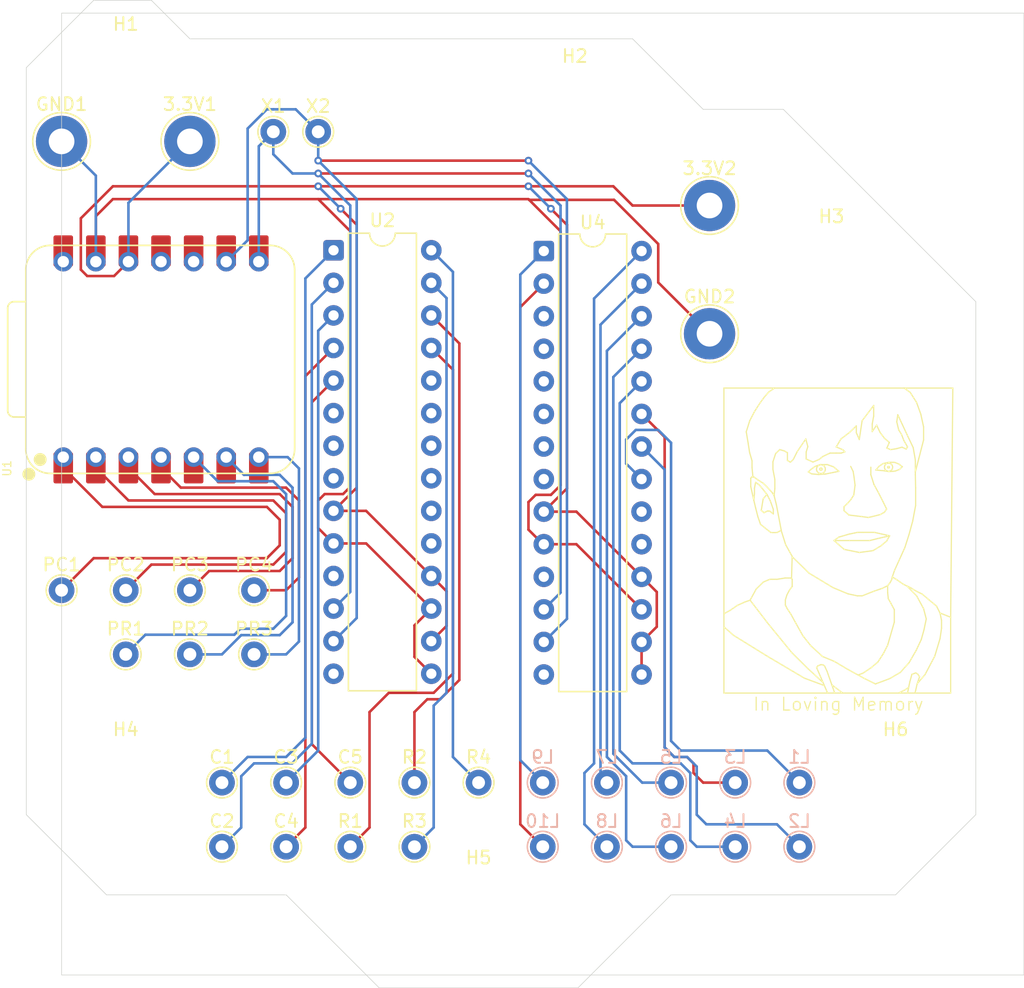
<source format=kicad_pcb>
(kicad_pcb (version 20241229) (generator "pcbnew") (generator_version "9.0")
  (layers (0 "F.Cu" signal) (2 "B.Cu" signal) (13 "F.Paste" user) (15 "B.Paste" user) (5 "F.SilkS" user "F.Silkscreen") (7 "B.SilkS" user "B.Silkscreen") (1 "F.Mask" user) (3 "B.Mask" user) (25 "Edge.Cuts" user))
  (net 0 "")
  (net 1 "Net-(U2-GPB0)")
  (net 2 "Net-(U2-GPB1)")
  (net 3 "Net-(U2-GPB2)")
  (net 4 "Net-(U2-GPB3)")
  (net 5 "Net-(U2-GPB4)")
  (net 6 "Net-(D13-K)")
  (net 7 "Net-(D18-K)")
  (net 8 "Net-(D23-K)")
  (net 9 "Net-(D28-K)")
  (net 10 "Net-(D31-A)")
  (net 11 "Net-(D32-A)")
  (net 12 "Net-(D33-A)")
  (net 13 "Net-(D34-A)")
  (net 14 "Net-(D35-A)")
  (net 15 "Net-(D36-A)")
  (net 16 "Net-(D37-A)")
  (net 17 "Net-(D38-A)")
  (net 18 "Net-(D39-A)")
  (net 19 "Net-(D40-A)")
  (net 20 "/Pot_Group_One")
  (net 21 "/Pot_Group_Two")
  (net 22 "/Pot_Group_Three")
  (net 23 "/Pot_Out_One")
  (net 24 "/Pot_Out_Two")
  (net 25 "/Pot_Out_Three")
  (net 26 "/Pot_Out_Four")
  (net 27 "+3.3V")
  (net 28 "GND")
  (net 29 "+5V")
  (net 31 "/Expander_SDA")
  (net 32 "/Expander_SCK")
  (footprint "TestPoint:TestPoint_THTPad_D2.0mm_Drill1.0mm" (layer "F.Cu") (at 110 80)
    (property "Reference" "PC4")
    (property "Value" "TestPoint")
  )
  (footprint "TestPoint:TestPoint_THTPad_D2.0mm_Drill1.0mm" (layer "F.Cu") (at 100 85)
    (property "Reference" "PR1")
    (property "Value" "TestPoint")
  )
  (footprint "TestPoint:TestPoint_THTPad_D2.0mm_Drill1.0mm" (layer "F.Cu") (at 105 85)
    (property "Reference" "PR2")
    (property "Value" "TestPoint")
  )
  (footprint "Package_DIP:DIP-28_W7.62mm" (layer "F.Cu") (at 132.582513 53.551332)
    (property "Reference" "U4")
    (property "Value" "MCP23017_SP")
  )
  (footprint "TestPoint:TestPoint_THTPad_D2.0mm_Drill1.0mm" (layer "F.Cu") (at 122.5 95)
    (property "Reference" "R2")
    (property "Value" "TestPoint")
  )
  (footprint "TestPoint:TestPoint_THTPad_D4.0mm_Drill2.0mm" (layer "F.Cu") (at 95 45)
    (property "Reference" "GND1")
    (property "Value" "TestPoint")
  )
  (footprint "TestPoint:TestPoint_THTPad_D2.0mm_Drill1.0mm" (layer "F.Cu") (at 115 44.25)
    (property "Reference" "X2")
    (property "Value" "TestPoint")
  )
  (footprint "TestPoint:TestPoint_THTPad_D2.0mm_Drill1.0mm" (layer "F.Cu") (at 107.5 95)
    (property "Reference" "C1")
    (property "Value" "TestPoint")
  )
  (footprint "TestPoint:TestPoint_THTPad_D2.0mm_Drill1.0mm" (layer "F.Cu") (at 95 80)
    (property "Reference" "PC1")
    (property "Value" "TestPoint")
  )
  (footprint "TestPoint:TestPoint_THTPad_D4.0mm_Drill2.0mm" (layer "F.Cu") (at 145.5 60)
    (property "Reference" "GND2")
    (property "Value" "TestPoint")
  )
  (footprint "Package_DIP:DIP-28_W7.62mm" (layer "F.Cu") (at 116.195 53.49)
    (property "Reference" "U2")
    (property "Value" "MCP23017_SP")
  )
  (footprint "XIAO:XIAO-RP2040-DIP" (layer "F.Cu") (at 102.75 62 90)
    (property "Reference" "U1")
    (property "Value" "XIAO-RP2040-DIP")
  )
  (footprint "TestPoint:TestPoint_THTPad_D2.0mm_Drill1.0mm" (layer "F.Cu") (at 107.5 100)
    (property "Reference" "C2")
    (property "Value" "TestPoint")
  )
  (footprint "TestPoint:TestPoint_THTPad_D2.0mm_Drill1.0mm" (layer "F.Cu") (at 117.5 100)
    (property "Reference" "R1")
    (property "Value" "TestPoint")
  )
  (footprint "TestPoint:TestPoint_THTPad_D2.0mm_Drill1.0mm" (layer "F.Cu") (at 112.5 100)
    (property "Reference" "C4")
    (property "Value" "TestPoint")
  )
  (footprint "MountingHole:MountingHole_3.2mm_M3" (layer "F.Cu") (at 100 40)
    (property "Reference" "H1")
    (property "Value" "MountingHole")
  )
  (footprint "MountingHole:MountingHole_3.2mm_M3" (layer "F.Cu") (at 127.5 105)
    (property "Reference" "H5")
    (property "Value" "MountingHole")
  )
  (footprint "TestPoint:TestPoint_THTPad_D2.0mm_Drill1.0mm" (layer "F.Cu") (at 111.5 44.25)
    (property "Reference" "X1")
    (property "Value" "TestPoint")
  )
  (footprint "TestPoint:TestPoint_THTPad_D4.0mm_Drill2.0mm" (layer "F.Cu") (at 145.5 50)
    (property "Reference" "3.3V2")
    (property "Value" "TestPoint")
  )
  (footprint "TestPoint:TestPoint_THTPad_D4.0mm_Drill2.0mm" (layer "F.Cu") (at 105 45)
    (property "Reference" "3.3V1")
    (property "Value" "TestPoint")
  )
  (footprint "MountingHole:MountingHole_3.2mm_M3" (layer "F.Cu") (at 100 95)
    (property "Reference" "H4")
    (property "Value" "MountingHole")
  )
  (footprint "MountingHole:MountingHole_3.2mm_M3" (layer "F.Cu") (at 155 55)
    (property "Reference" "H3")
    (property "Value" "MountingHole")
  )
  (footprint "TestPoint:TestPoint_THTPad_D2.0mm_Drill1.0mm" (layer "F.Cu") (at 127.5 95)
    (property "Reference" "R4")
    (property "Value" "TestPoint")
  )
  (footprint "TestPoint:TestPoint_THTPad_D2.0mm_Drill1.0mm" (layer "F.Cu") (at 122.5 100)
    (property "Reference" "R3")
    (property "Value" "TestPoint")
  )
  (footprint "MountingHole:MountingHole_3.2mm_M3" (layer "F.Cu") (at 135 42.5)
    (property "Reference" "H2")
    (property "Value" "MountingHole")
  )
  (footprint "TestPoint:TestPoint_THTPad_D2.0mm_Drill1.0mm" (layer "F.Cu") (at 112.5 95)
    (property "Reference" "C3")
    (property "Value" "TestPoint")
  )
  (footprint "TestPoint:TestPoint_THTPad_D2.0mm_Drill1.0mm" (layer "F.Cu") (at 117.5 95)
    (property "Reference" "C5")
    (property "Value" "TestPoint")
  )
  (footprint "TestPoint:TestPoint_THTPad_D2.0mm_Drill1.0mm" (layer "F.Cu") (at 110 85)
    (property "Reference" "PR3")
    (property "Value" "TestPoint")
  )
  (footprint "MountingHole:MountingHole_3.2mm_M3" (layer "F.Cu") (at 160 95)
    (property "Reference" "H6")
    (property "Value" "MountingHole")
  )
  (footprint "TestPoint:TestPoint_THTPad_D2.0mm_Drill1.0mm" (layer "F.Cu") (at 105 80)
    (property "Reference" "PC3")
    (property "Value" "TestPoint")
  )
  (footprint "TestPoint:TestPoint_THTPad_D2.0mm_Drill1.0mm" (layer "F.Cu") (at 100 80)
    (property "Reference" "PC2")
    (property "Value" "TestPoint")
  )
  (footprint "TestPoint:TestPoint_THTPad_D2.0mm_Drill1.0mm" (layer "B.Cu") (at 147.5 100 180)
    (property "Reference" "L4")
    (property "Value" "TestPoint")
  )
  (footprint "TestPoint:TestPoint_THTPad_D2.0mm_Drill1.0mm" (layer "B.Cu") (at 147.5 95 180)
    (property "Reference" "L3")
    (property "Value" "TestPoint")
  )
  (footprint "TestPoint:TestPoint_THTPad_D2.0mm_Drill1.0mm" (layer "B.Cu") (at 137.5 95 180)
    (property "Reference" "L7")
    (property "Value" "TestPoint")
  )
  (footprint "TestPoint:TestPoint_THTPad_D2.0mm_Drill1.0mm" (layer "B.Cu") (at 137.5 100 180)
    (property "Reference" "L8")
    (property "Value" "TestPoint")
  )
  (footprint "TestPoint:TestPoint_THTPad_D2.0mm_Drill1.0mm" (layer "B.Cu") (at 142.5 100 180)
    (property "Reference" "L6")
    (property "Value" "TestPoint")
  )
  (footprint "TestPoint:TestPoint_THTPad_D2.0mm_Drill1.0mm" (layer "B.Cu") (at 132.5 100 180)
    (property "Reference" "L10")
    (property "Value" "TestPoint")
  )
  (footprint "TestPoint:TestPoint_THTPad_D2.0mm_Drill1.0mm" (layer "B.Cu") (at 142.5 95 180)
    (property "Reference" "L5")
    (property "Value" "TestPoint")
  )
  (footprint "TestPoint:TestPoint_THTPad_D2.0mm_Drill1.0mm" (layer "B.Cu") (at 132.5 95 180)
    (property "Reference" "L9")
    (property "Value" "TestPoint")
  )
  (footprint "TestPoint:TestPoint_THTPad_D2.0mm_Drill1.0mm" (layer "B.Cu") (at 152.5 95 180)
    (property "Reference" "L1")
    (property "Value" "TestPoint")
  )
  (footprint "TestPoint:TestPoint_THTPad_D2.0mm_Drill1.0mm" (layer "B.Cu") (at 152.5 100 180)
    (property "Reference" "L2")
    (property "Value" "TestPoint")
  )
  (gr_line (start 157.17 68.245) (end 156.94 67.715) (stroke (width 0.1)) (layer "F.SilkS"))
  (gr_line (start 148.8 71.155) (end 148.98 71.185) (stroke (width 0.1)) (layer "F.SilkS"))
  (gr_line (start 153.46 70.925) (end 153.99 70.975) (stroke (width 0.1)) (layer "F.SilkS"))
  (gr_line (start 159.01 73.075) (end 159.3 73.665) (stroke (width 0.1)) (layer "F.SilkS"))
  (gr_line (start 149.38 71.795) (end 149.09 71.585) (stroke (width 0.1)) (layer "F.SilkS"))
  (gr_line (start 148.71 71.905) (end 148.71 71.265) (stroke (width 0.1)) (layer "F.SilkS"))
  (gr_line (start 154.66 86.325) (end 154.46 85.895) (stroke (width 0.1)) (layer "F.SilkS"))
  (gr_line (start 158.29 65.595) (end 157.39 66.785) (stroke (width 0.1)) (layer "F.SilkS"))
  (gr_line (start 159.61 69.035) (end 159.32 68.915) (stroke (width 0.1)) (layer "F.SilkS"))
  (gr_line (start 161.54 70.985) (end 161.54 69.845) (stroke (width 0.1)) (layer "F.SilkS"))
  (gr_line (start 153.39 84.325) (end 154.3 85.165) (stroke (width 0.1)) (layer "F.SilkS"))
  (gr_line (start 161.54 70.775) (end 161.81 69.725) (stroke (width 0.1)) (layer "F.SilkS"))
  (gr_line (start 148.62 69.255) (end 148.81 69.905) (stroke (width 0.1)) (layer "F.SilkS"))
  (gr_line (start 149.27 74.275) (end 149.1 73.615) (stroke (width 0.1)) (layer "F.SilkS"))
  (gr_line (start 158.95 79.855) (end 158.28 80.085) (stroke (width 0.1)) (layer "F.SilkS"))
  (gr_circle (center 159.45 70.405) (end 159.47 70.405) (stroke (width 0.1)) (fill no) (layer "F.SilkS"))
  (gr_line (start 149.27 71.395) (end 149.68 71.655) (stroke (width 0.1)) (layer "F.SilkS"))
  (gr_line (start 150.18 73.825) (end 150.01 73.825) (stroke (width 0.1)) (layer "F.SilkS"))
  (gr_line (start 150.59 72.075) (end 150.59 71.365) (stroke (width 0.1)) (layer "F.SilkS"))
  (gr_line (start 161.87 86.745) (end 161.72 86.535) (stroke (width 0.1)) (layer "F.SilkS"))
  (gr_line (start 158.07 70.985) (end 158.31 71.745) (stroke (width 0.1)) (layer "F.SilkS"))
  (gr_line (start 159.02 70.125) (end 159.47 70.025) (stroke (width 0.1)) (layer "F.SilkS"))
  (gr_line (start 149.47 74.855) (end 149.27 74.275) (stroke (width 0.1)) (layer "F.SilkS"))
  (gr_line (start 151.43 76.445) (end 151.08 75.325) (stroke (width 0.1)) (layer "F.SilkS"))
  (gr_line (start 158.18 67.025) (end 158.29 66.425) (stroke (width 0.1)) (layer "F.SilkS"))
  (gr_line (start 162.61 80.755) (end 162.08 80.305) (stroke (width 0.1)) (layer "F.SilkS"))
  (gr_line (start 161.72 86.535) (end 161.57 86.445) (stroke (width 0.1)) (layer "F.SilkS"))
  (gr_line (start 159.69 79.175) (end 159.58 79.395) (stroke (width 0.1)) (layer "F.SilkS"))
  (gr_line (start 156.42 67.685) (end 155.74 68.205) (stroke (width 0.1)) (layer "F.SilkS"))
  (gr_line (start 161.37 68.875) (end 160.9 67.885) (stroke (width 0.1)) (layer "F.SilkS"))
  (gr_line (start 158.79 67.695) (end 158.52 67.125) (stroke (width 0.1)) (layer "F.SilkS"))
  (gr_line (start 153.74 70.335) (end 154.13 70.205) (stroke (width 0.1)) (layer "F.SilkS"))
  (gr_line (start 152.89 86.855) (end 150 85.145) (stroke (width 0.1)) (layer "F.SilkS"))
  (gr_line (start 159.92 78.445) (end 160.72 76.675) (stroke (width 0.1)) (layer "F.SilkS"))
  (gr_line (start 151.94 79.145) (end 151.94 79.705) (stroke (width 0.1)) (layer "F.SilkS"))
  (gr_line (start 154.4 87.415) (end 152.89 86.855) (stroke (width 0.1)) (layer "F.SilkS"))
  (gr_line (start 161.27 86.555) (end 161.1 87.175) (stroke (width 0.1)) (layer "F.SilkS"))
  (gr_line (start 148.98 71.185) (end 149.27 71.395) (stroke (width 0.1)) (layer "F.SilkS"))
  (gr_line (start 158.66 72.385) (end 159.01 73.075) (stroke (width 0.1)) (layer "F.SilkS"))
  (gr_line (start 159.38 80.185) (end 159.43 80.655) (stroke (width 0.1)) (layer "F.SilkS"))
  (gr_line (start 161.17 79.805) (end 160.62 79.545) (stroke (width 0.1)) (layer "F.SilkS"))
  (gr_line (start 161.65 80.095) (end 161.17 79.805) (stroke (width 0.1)) (layer "F.SilkS"))
  (gr_line (start 159.47 70.745) (end 159.12 70.685) (stroke (width 0.1)) (layer "F.SilkS"))
  (gr_line (start 149 72.495) (end 148.95 72.995) (stroke (width 0.1)) (layer "F.SilkS"))
  (gr_line (start 155.16 70.375) (end 155.58 70.725) (stroke (width 0.1)) (layer "F.SilkS"))
  (gr_line (start 149.98 72.535) (end 149.69 72.165) (stroke (width 0.1)) (layer "F.SilkS"))
  (gr_line (start 151.41 80.755) (end 151.41 81.155) (stroke (width 0.1)) (layer "F.SilkS"))
  (gr_line (start 159.38 79.645) (end 159.38 80.185) (stroke (width 0.1)) (layer "F.SilkS"))
  (gr_line (start 149.97 71.935) (end 150.4 72.405) (stroke (width 0.1)) (layer "F.SilkS"))
  (gr_line (start 159.3 73.665) (end 159.13 73.915) (stroke (width 0.1)) (layer "F.SilkS"))
  (gr_line (start 159.95 70.715) (end 159.47 70.745) (stroke (width 0.1)) (layer "F.SilkS"))
  (gr_line (start 151.73 79.985) (end 151.53 80.365) (stroke (width 0.1)) (layer "F.SilkS"))
  (gr_line (start 152.2 82.525) (end 152.77 83.545) (stroke (width 0.1)) (layer "F.SilkS"))
  (gr_line (start 155.88 88.017855) (end 155.03 87.375) (stroke (width 0.1)) (layer "F.SilkS"))
  (gr_line (start 149.09 71.585) (end 149 72.045) (stroke (width 0.1)) (layer "F.SilkS"))
  (gr_line (start 159.9 81.515) (end 159.9 82.485) (stroke (width 0.1)) (layer "F.SilkS"))
  (gr_line (start 151.94 79.705) (end 151.73 79.985) (stroke (width 0.1)) (layer "F.SilkS"))
  (gr_line (start 148.66 80.775) (end 149.13 79.915) (stroke (width 0.1)) (layer "F.SilkS"))
  (gr_line (start 161.33 74.615) (end 161.56 73.395) (stroke (width 0.1)) (layer "F.SilkS"))
  (gr_line (start 164.29 82.105) (end 163.46 81.775) (stroke (width 0.1)) (layer "F.SilkS"))
  (gr_line (start 149.74 73.955) (end 149.53 73.765) (stroke (width 0.1)) (layer "F.SilkS"))
  (gr_line (start 156.25 73.225) (end 155.98 73.485) (stroke (width 0.1)) (layer "F.SilkS"))
  (gr_line (start 156.27 80.275) (end 155.12 79.795) (stroke (width 0.1)) (layer "F.SilkS"))
  (gr_line (start 159.32 68.915) (end 159.51 68.475) (stroke (width 0.1)) (layer "F.SilkS"))
  (gr_line (start 147.08 81.585) (end 147.66 81.185) (stroke (width 0.1)) (layer "F.SilkS"))
  (gr_line (start 150.77 79.145) (end 151.39 79.045) (stroke (width 0.1)) (layer "F.SilkS"))
  (gr_line (start 149.69 72.165) (end 149.38 71.795) (stroke (width 0.1)) (layer "F.SilkS"))
  (gr_line (start 153.16 68.795) (end 153 68.205) (stroke (width 0.1)) (layer "F.SilkS"))
  (gr_circle (center 154.18 70.555) (end 154.5 70.425) (stroke (width 0.1)) (fill no) (layer "F.SilkS"))
  (gr_line (start 155.22 85.545) (end 156.28 86.175) (stroke (width 0.1)) (layer "F.SilkS"))
  (gr_line (start 158.52 67.125) (end 158.18 67.625) (stroke (width 0.1)) (layer "F.SilkS"))
  (gr_line (start 153.2 70.775) (end 153.42 70.565) (stroke (width 0.1)) (layer "F.SilkS"))
  (gr_line (start 151.54 81.415) (end 151.85 81.885) (stroke (width 0.1)) (layer "F.SilkS"))
  (gr_line (start 154.68 70.205) (end 155.16 70.375) (stroke (width 0.1)) (layer "F.SilkS"))
  (gr_line (start 161.81 69.725) (end 162.18 68.285) (stroke (width 0.1)) (layer "F.SilkS"))
  (gr_line (start 160.27 87.995) (end 160.65 87.815) (stroke (width 0.1)) (layer "F.SilkS"))
  (gr_line (start 157.36 74.255) (end 156.36 74.135) (stroke (width 0.1)) (layer "F.SilkS"))
  (gr_line (start 153.94 85.895) (end 153.84 86.025) (stroke (width 0.1)) (layer "F.SilkS"))
  (gr_line (start 150.2 79.145) (end 150.77 79.145) (stroke (width 0.1)) (layer "F.SilkS"))
  (gr_line (start 150.53 72.625) (end 150.59 72.075) (stroke (width 0.1)) (layer "F.SilkS"))
  (gr_line (start 155.37 68.825) (end 155.89 69.045) (stroke (width 0.1)) (layer "F.SilkS"))
  (gr_line (start 149.74 64.975) (end 149.43 65.405) (stroke (width 0.1)) (layer "F.SilkS"))
  (gr_line (start 150.11 64.545) (end 149.74 64.975) (stroke (width 0.1)) (layer "F.SilkS"))
  (gr_line (start 164.459641 64.235) (end 164.29 82.105) (stroke (width 0.1)) (layer "F.SilkS"))
  (gr_line (start 155.12 79.795) (end 153.25 78.665) (stroke (width 0.1)) (layer "F.SilkS"))
  (gr_line (start 158.62 85.595) (end 158.1 86.035) (stroke (width 0.1)) (layer "F.SilkS"))
  (gr_line (start 158.29 66.425) (end 158.29 65.595) (stroke (width 0.1)) (layer "F.SilkS"))
  (gr_line (start 160.895 79.675) (end 161.65 80.455) (stroke (width 0.1)) (layer "F.SilkS"))
  (gr_line (start 159.53 86.895) (end 158.43 87.305) (stroke (width 0.1)) (layer "F.SilkS"))
  (gr_line (start 162.18 67.265) (end 161.97 66.285) (stroke (width 0.1)) (layer "F.SilkS"))
  (gr_line (start 160.07 79.165) (end 159.74 78.965) (stroke (width 0.1)) (layer "F.SilkS"))
  (gr_line (start 146.620359 88.017855) (end 146.620359 81.815) (stroke (width 0.1)) (layer "F.SilkS"))
  (gr_line (start 154.32 85.805) (end 154.16 85.805) (stroke (width 0.1)) (layer "F.SilkS"))
  (gr_line (start 149.95 75.245) (end 149.47 74.855) (stroke (width 0.1)) (layer "F.SilkS"))
  (gr_line (start 150.44 70.575) (end 150.44 69.985) (stroke (width 0.1)) (layer "F.SilkS"))
  (gr_line (start 157.39 66.785) (end 157.17 68.245) (stroke (width 0.1)) (layer "F.SilkS"))
  (gr_line (start 159.38 84.285) (end 159.05 84.935) (stroke (width 0.1)) (layer "F.SilkS"))
  (gr_line (start 160.09 66.865) (end 160.24 67.495) (stroke (width 0.1)) (layer "F.SilkS"))
  (gr_line (start 153.2 70.775) (end 153.46 70.925) (stroke (width 0.1)) (layer "F.SilkS"))
  (gr_line (start 154.3 85.165) (end 155.22 85.545) (stroke (width 0.1)) (layer "F.SilkS"))
  (gr_line (start 156.41 76.125001) (end 157.98 76.125001) (stroke (width 0.1)) (layer "F.SilkS"))
  (gr_line (start 161.56 72.025) (end 161.54 70.985) (stroke (width 0.1)) (layer "F.SilkS"))
  (gr_line (start 160.52 70.365) (end 160.31 70.575) (stroke (width 0.1)) (layer "F.SilkS"))
  (gr_line (start 151.84 79.045) (end 151.94 79.145) (stroke (width 0.1)) (layer "F.SilkS"))
  (gr_line (start 160.31 70.575) (end 159.95 70.715) (stroke (width 0.1)) (layer "F.SilkS"))
  (gr_line (start 161.61 84.675) (end 161.06 85.635) (stroke (width 0.1)) (layer "F.SilkS"))
  (gr_line (start 148.92 72.855) (end 148.71 71.905) (stroke (width 0.1)) (layer "F.SilkS"))
  (gr_line (start 152.77 83.545) (end 153.39 84.325) (stroke (width 0.1)) (layer "F.SilkS"))
  (gr_line (start 150.29 75.505) (end 149.95 75.245) (stroke (width 0.1)) (layer "F.SilkS"))
  (gr_line (start 154.46 85.895) (end 154.32 85.805) (stroke (width 0.1)) (layer "F.SilkS"))
  (gr_circle (center 159.45 70.405) (end 159.77 70.415) (stroke (width 0.1)) (fill no) (layer "F.SilkS"))
  (gr_line (start 155.98 73.795) (end 155.98 73.485) (stroke (width 0.1)) (layer "F.SilkS"))
  (gr_line (start 149.43 65.405) (end 149.01 66.055) (stroke (width 0.1)) (layer "F.SilkS"))
  (gr_line (start 153.14 86.085) (end 151.91 84.865) (stroke (width 0.1)) (layer "F.SilkS"))
  (gr_line (start 160.67 64.235) (end 150.56 64.235) (stroke (width 0.1)) (layer "F.SilkS"))
  (gr_line (start 150.44 69.985) (end 150.65 69.345) (stroke (width 0.1)) (layer "F.SilkS"))
  (gr_line (start 150.24 73.045) (end 150.47 73.695) (stroke (width 0.1)) (layer "F.SilkS"))
  (gr_line (start 148.51 68.545) (end 148.62 69.255) (stroke (width 0.1)) (layer "F.SilkS"))
  (gr_line (start 157.46 86.465) (end 157.09 86.605) (stroke (width 0.1)) (layer "F.SilkS"))
  (gr_line (start 163.19 81.235) (end 162.61 80.755) (stroke (width 0.1)) (layer "F.SilkS"))
  (gr_line (start 156.76 71.165) (end 156.84 71.805) (stroke (width 0.1)) (layer "F.SilkS"))
  (gr_line (start 162.3 86.565) (end 161.68 87.295) (stroke (width 0.1)) (layer "F.SilkS"))
  (gr_line (start 153 68.205) (end 152.33 69.195) (stroke (width 0.1)) (layer "F.SilkS"))
  (gr_line (start 148.23 80.925) (end 148.66 80.775) (stroke (width 0.1)) (layer "F.SilkS"))
  (gr_line (start 156.84 71.805) (end 156.74 72.575) (stroke (width 0.1)) (layer "F.SilkS"))
  (gr_line (start 163.46 83.785) (end 163.05 85.145) (stroke (width 0.1)) (layer "F.SilkS"))
  (gr_line (start 151.85 81.885) (end 152.2 82.525) (stroke (width 0.1)) (layer "F.SilkS"))
  (gr_line (start 159.74 78.965) (end 159.92 78.445) (stroke (width 0.1)) (layer "F.SilkS"))
  (gr_line (start 160.72 76.675) (end 161.04 75.675) (stroke (width 0.1)) (layer "F.SilkS"))
  (gr_line (start 149.7 79.355) (end 150.2 79.145) (stroke (width 0.1)) (layer "F.SilkS"))
  (gr_line (start 161.54 69.845) (end 161.37 68.875) (stroke (width 0.1)) (layer "F.SilkS"))
  (gr_line (start 151.41 81.155) (end 151.54 81.415) (stroke (width 0.1)) (layer "F.SilkS"))
  (gr_line (start 150.56 64.235) (end 150.11 64.545) (stroke (width 0.1)) (layer "F.SilkS"))
  (gr_line (start 150 85.145) (end 147.37 83.515) (stroke (width 0.1)) (layer "F.SilkS"))
  (gr_line (start 157.4 80.435) (end 157.01 80.435) (stroke (width 0.1)) (layer "F.SilkS"))
  (gr_line (start 156.28 86.175) (end 157.56 86.875) (stroke (width 0.1)) (layer "F.SilkS"))
  (gr_line (start 148.71 71.265) (end 148.8 71.155) (stroke (width 0.1)) (layer "F.SilkS"))
  (gr_line (start 159.74 78.965) (end 159.69 79.175) (stroke (width 0.1)) (layer "F.SilkS"))
  (gr_line (start 153.03 69.765) (end 153.03 69.225) (stroke (width 0.1)) (layer "F.SilkS"))
  (gr_line (start 157.18 77.055) (end 155.99 76.815) (stroke (width 0.1)) (layer "F.SilkS"))
  (gr_line (start 161.56 87.825) (end 161.516335 88.017854) (stroke (width 0.1)) (layer "F.SilkS"))
  (gr_line (start 158.31 71.745) (end 158.66 72.385) (stroke (width 0.1)) (layer "F.SilkS"))
  (gr_line (start 151.39 79.045) (end 151.84 79.045) (stroke (width 0.1)) (layer "F.SilkS"))
  (gr_line (start 159.43 80.655) (end 159.62 80.995) (stroke (width 0.1)) (layer "F.SilkS"))
  (gr_line (start 151.53 80.365) (end 151.41 80.755) (stroke (width 0.1)) (layer "F.SilkS"))
  (gr_line (start 151.8 70.015) (end 151.57 69.875) (stroke (width 0.1)) (layer "F.SilkS"))
  (gr_line (start 160.17 66.315) (end 160.09 66.865) (stroke (width 0.1)) (layer "F.SilkS"))
  (gr_line (start 157.56 86.875) (end 158.43 87.305) (stroke (width 0.1)) (layer "F.SilkS"))
  (gr_line (start 155.25 88.005) (end 155.03 87.375) (stroke (width 0.1)) (layer "F.SilkS"))
  (gr_line (start 159.93 70.025) (end 160.26 70.165) (stroke (width 0.1)) (layer "F.SilkS"))
  (gr_line (start 155.200001 76.125001) (end 155.58 75.855) (stroke (width 0.1)) (layer "F.SilkS"))
  (gr_line (start 157.49 75.485) (end 158.34 75.485) (stroke (width 0.1)) (layer "F.SilkS"))
  (gr_line (start 161.63 65.345) (end 161.14 64.575) (stroke (width 0.1)) (layer "F.SilkS"))
  (gr_line (start 149.13 79.915) (end 149.7 79.355) (stroke (width 0.1)) (layer "F.SilkS"))
  (gr_line (start 157.98 76.125001) (end 158.66 75.955) (stroke (width 0.1)) (layer "F.SilkS"))
  (gr_line (start 154.31 87.165) (end 153.14 86.085) (stroke (width 0.1)) (layer "F.SilkS"))
  (gr_line (start 156.94 67.715) (end 156.94 67.185) (stroke (width 0.1)) (layer "F.SilkS"))
  (gr_line (start 160.82 68.995) (end 160.5 68.845) (stroke (width 0.1)) (layer "F.SilkS"))
  (gr_line (start 150.76 75.505) (end 150.29 75.505) (stroke (width 0.1)) (layer "F.SilkS"))
  (gr_line (start 158.23 76.915) (end 157.18 77.055) (stroke (width 0.1)) (layer "F.SilkS"))
  (gr_line (start 149.01 66.055) (end 148.63 66.785) (stroke (width 0.1)) (layer "F.SilkS"))
  (gr_line (start 150.53 72.625) (end 150.71 73.335) (stroke (width 0.1)) (layer "F.SilkS"))
  (gr_line (start 150.01 73.825) (end 149.74 73.955) (stroke (width 0.1)) (layer "F.SilkS"))
  (gr_line (start 162.18 81.435) (end 162.39 82.235) (stroke (width 0.1)) (layer "F.SilkS"))
  (gr_line (start 150.71 73.335) (end 151.09 75.335) (stroke (width 0.1)) (layer "F.SilkS"))
  (gr_line (start 160.06 68.965) (end 159.61 69.035) (stroke (width 0.1)) (layer "F.SilkS"))
  (gr_line (start 151.57 69.875) (end 151.57 69.275) (stroke (width 0.1)) (layer "F.SilkS"))
  (gr_line (start 151.91 84.865) (end 150.01 82.535) (stroke (width 0.1)) (layer "F.SilkS"))
  (gr_line (start 150.65 69.345) (end 150.97 69.035) (stroke (width 0.1)) (layer "F.SilkS"))
  (gr_line (start 153.25 78.665) (end 151.97 77.415) (stroke (width 0.1)) (layer "F.SilkS"))
  (gr_line (start 156.69 70.735) (end 156.76 71.165) (stroke (width 0.1)) (layer "F.SilkS"))
  (gr_line (start 159.05 84.935) (end 158.62 85.595) (stroke (width 0.1)) (layer "F.SilkS"))
  (gr_line (start 150.4 72.405) (end 150.53 72.625) (stroke (width 0.1)) (layer "F.SilkS"))
  (gr_line (start 159.9 82.485) (end 159.38 84.285) (stroke (width 0.1)) (layer "F.SilkS"))
  (gr_line (start 159.58 79.395) (end 159.38 79.645) (stroke (width 0.1)) (layer "F.SilkS"))
  (gr_line (start 156.05 69.205) (end 155.76 69.305) (stroke (width 0.1)) (layer "F.SilkS"))
  (gr_line (start 148.51 68.545) (end 148.36 67.645) (stroke (width 0.1)) (layer "F.SilkS"))
  (gr_line (start 151.57 69.275) (end 151.33 69.135) (stroke (width 0.1)) (layer "F.SilkS"))
  (gr_line (start 159.53 75.755) (end 159.31 76.155) (stroke (width 0.1)) (layer "F.SilkS"))
  (gr_line (start 151.97 77.415) (end 151.43 76.445) (stroke (width 0.1)) (layer "F.SilkS"))
  (gr_line (start 162.39 82.235) (end 162.21 83.095) (stroke (width 0.1)) (layer "F.SilkS"))
  (gr_line (start 149.68 72.875) (end 149.96 72.535) (stroke (width 0.1)) (layer "F.SilkS"))
  (gr_line (start 150.47 74.045) (end 150.18 73.825) (stroke (width 0.1)) (layer "F.SilkS"))
  (gr_line (start 161.56 73.395) (end 161.56 72.025) (stroke (width 0.1)) (layer "F.SilkS"))
  (gr_line (start 163.46 81.775) (end 163.19 81.235) (stroke (width 0.1)) (layer "F.SilkS"))
  (gr_line (start 156.51 72.935) (end 156.25 73.225) (stroke (width 0.1)) (layer "F.SilkS"))
  (gr_line (start 162.08 80.305) (end 161.65 80.095) (stroke (width 0.1)) (layer "F.SilkS"))
  (gr_line (start 160.65 87.815) (end 161 87.595) (stroke (width 0.1)) (layer "F.SilkS"))
  (gr_line (start 150.59 71.365) (end 150.44 70.575) (stroke (width 0.1)) (layer "F.SilkS"))
  (gr_line (start 154.55 70.935) (end 155.58 70.725) (stroke (width 0.1)) (layer "F.SilkS"))
  (gr_line (start 152.03 69.795) (end 151.8 70.015) (stroke (width 0.1)) (layer "F.SilkS"))
  (gr_line (start 159.31 76.155) (end 158.86 76.535) (stroke (width 0.1)) (layer "F.SilkS"))
  (gr_line (start 148.81 70.425) (end 148.88 71.155) (stroke (width 0.1)) (layer "F.SilkS"))
  (gr_line (start 161.14 64.575) (end 160.67 64.235) (stroke (width 0.1)) (layer "F.SilkS"))
  (gr_line (start 154.13 70.205) (end 154.68 70.205) (stroke (width 0.1)) (layer "F.SilkS"))
  (gr_line (start 156.94 67.185) (end 156.42 67.685) (stroke (width 0.1)) (layer "F.SilkS"))
  (gr_line (start 162.21 83.095) (end 162 83.845) (stroke (width 0.1)) (layer "F.SilkS"))
  (gr_line (start 158.71 70.335) (end 159.02 70.125) (stroke (width 0.1)) (layer "F.SilkS"))
  (gr_line (start 158.66 75.955) (end 159.53 75.755) (stroke (width 0.1)) (layer "F.SilkS"))
  (gr_line (start 155.89 69.045) (end 156.05 69.205) (stroke (width 0.1)) (layer "F.SilkS"))
  (gr_line (start 156.5 70.345) (end 156.69 70.735) (stroke (width 0.1)) (layer "F.SilkS"))
  (gr_line (start 161.68 87.295) (end 161.56 87.825) (stroke (width 0.1)) (layer "F.SilkS"))
  (gr_line (start 147.66 81.185) (end 148.23 80.925) (stroke (width 0.1)) (layer "F.SilkS"))
  (gr_line (start 161.97 66.285) (end 161.63 65.345) (stroke (width 0.1)) (layer "F.SilkS"))
  (gr_line (start 163.58 82.965) (end 163.46 83.785) (stroke (width 0.1)) (layer "F.SilkS"))
  (gr_line (start 155.76 69.305) (end 155.35 69.305) (stroke (width 0.1)) (layer "F.SilkS"))
  (gr_line (start 154.03 69.805) (end 153.56 70.005) (stroke (width 0.1)) (layer "F.SilkS"))
  (gr_line (start 161.68 87.295) (end 161.87 86.745) (stroke (width 0.1)) (layer "F.SilkS"))
  (gr_line (start 159.13 68.145) (end 158.79 67.695) (stroke (width 0.1)) (layer "F.SilkS"))
  (gr_line (start 150.47 73.695) (end 150.47 74.045) (stroke (width 0.1)) (layer "F.SilkS"))
  (gr_line (start 160.5 68.845) (end 160.06 68.965) (stroke (width 0.1)) (layer "F.SilkS"))
  (gr_line (start 148.63 66.785) (end 148.36 67.645) (stroke (width 0.1)) (layer "F.SilkS"))
  (gr_line (start 159.62 80.995) (end 159.9 81.515) (stroke (width 0.1)) (layer "F.SilkS"))
  (gr_line (start 149.53 73.765) (end 149.68 72.875) (stroke (width 0.1)) (layer "F.SilkS"))
  (gr_line (start 155.21 76.125001) (end 156.41 76.125001) (stroke (width 0.1)) (layer "F.SilkS"))
  (gr_line (start 161.04 75.675) (end 161.33 74.615) (stroke (width 0.1)) (layer "F.SilkS"))
  (gr_line (start 160.93 68.825) (end 160.82 68.995) (stroke (width 0.1)) (layer "F.SilkS"))
  (gr_line (start 157.87 74.325) (end 157.36 74.255) (stroke (width 0.1)) (layer "F.SilkS"))
  (gr_line (start 146.620359 81.815) (end 146.620359 64.232146) (stroke (width 0.1)) (layer "F.SilkS"))
  (gr_line (start 150.97 69.035) (end 151.33 69.135) (stroke (width 0.1)) (layer "F.SilkS"))
  (gr_line (start 160.26 70.165) (end 160.52 70.365) (stroke (width 0.1)) (layer "F.SilkS"))
  (gr_line (start 151.89 79.045) (end 151.94 77.345) (stroke (width 0.1)) (layer "F.SilkS"))
  (gr_line (start 155.35 69.305) (end 154.89 69.305) (stroke (width 0.1)) (layer "F.SilkS"))
  (gr_line (start 162.18 68.285) (end 162.18 67.265) (stroke (width 0.1)) (layer "F.SilkS"))
  (gr_line (start 156.37 75.625) (end 157.04 75.485) (stroke (width 0.1)) (layer "F.SilkS"))
  (gr_line (start 150.01 82.535) (end 148.66 80.775) (stroke (width 0.1)) (layer "F.SilkS"))
  (gr_line (start 158.34 75.485) (end 159.53 75.755) (stroke (width 0.1)) (layer "F.SilkS"))
  (gr_line (start 157.04 75.485) (end 157.49 75.485) (stroke (width 0.1)) (layer "F.SilkS"))
  (gr_line (start 163.58 82.345) (end 163.58 82.965) (stroke (width 0.1)) (layer "F.SilkS"))
  (gr_line (start 156.36 74.135) (end 155.98 73.795) (stroke (width 0.1)) (layer "F.SilkS"))
  (gr_line (start 155.74 68.205) (end 155.37 68.825) (stroke (width 0.1)) (layer "F.SilkS"))
  (gr_line (start 149.1 73.615) (end 148.92 72.855) (stroke (width 0.1)) (layer "F.SilkS"))
  (gr_line (start 158.46 70.625) (end 158.71 70.335) (stroke (width 0.1)) (layer "F.SilkS"))
  (gr_line (start 158.07 70.985) (end 158.07 70.405) (stroke (width 0.1)) (layer "F.SilkS"))
  (gr_line (start 155.58 75.855) (end 156.37 75.625) (stroke (width 0.1)) (layer "F.SilkS"))
  (gr_line (start 155.99 76.815) (end 155.2 76.125) (stroke (width 0.1)) (layer "F.SilkS"))
  (gr_line (start 160.62 79.545) (end 160.07 79.165) (stroke (width 0.1)) (layer "F.SilkS"))
  (gr_line (start 149 72.045) (end 149 72.495) (stroke (width 0.1)) (layer "F.SilkS"))
  (gr_line (start 153.42 70.565) (end 153.74 70.335) (stroke (width 0.1)) (layer "F.SilkS"))
  (gr_line (start 151.08 75.325) (end 150.76 75.505) (stroke (width 0.1)) (layer "F.SilkS"))
  (gr_line (start 161.57 86.445) (end 161.27 86.555) (stroke (width 0.1)) (layer "F.SilkS"))
  (gr_line (start 161.1 87.175) (end 160.93 88.015) (stroke (width 0.1)) (layer "F.SilkS"))
  (gr_line (start 159.37 79.655) (end 158.95 79.855) (stroke (width 0.1)) (layer "F.SilkS"))
  (gr_line (start 158.28 80.085) (end 157.4 80.435) (stroke (width 0.1)) (layer "F.SilkS"))
  (gr_line (start 160.9 67.885) (end 160.17 66.315) (stroke (width 0.1)) (layer "F.SilkS"))
  (gr_line (start 161.06 85.635) (end 160.37 86.405) (stroke (width 0.1)) (layer "F.SilkS"))
  (gr_line (start 160.46 67.845) (end 160.64 68.315) (stroke (width 0.1)) (layer "F.SilkS"))
  (gr_line (start 156.74 72.575) (end 156.51 72.935) (stroke (width 0.1)) (layer "F.SilkS"))
  (gr_line (start 159.12 70.685) (end 158.46 70.625) (stroke (width 0.1)) (layer "F.SilkS"))
  (gr_line (start 155.03 87.375) (end 154.66 86.325) (stroke (width 0.1)) (layer "F.SilkS"))
  (gr_line (start 146.620359 64.232146) (end 150.564143 64.232146) (stroke (width 0.1)) (layer "F.SilkS"))
  (gr_line (start 158.1 86.035) (end 157.46 86.465) (stroke (width 0.1)) (layer "F.SilkS"))
  (gr_line (start 152.33 69.195) (end 152.03 69.795) (stroke (width 0.1)) (layer "F.SilkS"))
  (gr_line (start 164.29 82.105) (end 164.29 88.017855) (stroke (width 0.1)) (layer "F.SilkS"))
  (gr_line (start 149.68 71.655) (end 149.97 71.935) (stroke (width 0.1)) (layer "F.SilkS"))
  (gr_line (start 149.98 72.535) (end 150.24 73.045) (stroke (width 0.1)) (layer "F.SilkS"))
  (gr_line (start 158.82 74.095) (end 158.15 74.265) (stroke (width 0.1)) (layer "F.SilkS"))
  (gr_line (start 153.56 70.005) (end 153.03 69.765) (stroke (width 0.1)) (layer "F.SilkS"))
  (gr_line (start 146.65 81.815) (end 147.08 81.585) (stroke (width 0.1)) (layer "F.SilkS"))
  (gr_circle (center 154.18 70.555) (end 154.22 70.545) (stroke (width 0.1)) (fill no) (layer "F.SilkS"))
  (gr_line (start 153.03 69.225) (end 153.16 68.795) (stroke (width 0.1)) (layer "F.SilkS"))
  (gr_line (start 163.46 81.775) (end 163.58 82.345) (stroke (width 0.1)) (layer "F.SilkS"))
  (gr_line (start 160.64 68.315) (end 160.93 68.825) (stroke (width 0.1)) (layer "F.SilkS"))
  (gr_line (start 160.37 86.405) (end 159.53 86.895) (stroke (width 0.1)) (layer "F.SilkS"))
  (gr_line (start 157.01 80.435) (end 156.27 80.275) (stroke (width 0.1)) (layer "F.SilkS"))
  (gr_line (start 163.05 85.145) (end 162.3 86.565) (stroke (width 0.1)) (layer "F.SilkS"))
  (gr_line (start 160.24 67.495) (end 160.46 67.845) (stroke (width 0.1)) (layer "F.SilkS"))
  (gr_line (start 158.86 76.535) (end 158.23 76.915) (stroke (width 0.1)) (layer "F.SilkS"))
  (gr_line (start 147.37 83.515) (end 146.63 82.865) (stroke (width 0.1)) (layer "F.SilkS"))
  (gr_line (start 164.29 88.017855) (end 146.620359 88.017855) (stroke (width 0.1)) (layer "F.SilkS"))
  (gr_line (start 154.35 69.555) (end 154.03 69.805) (stroke (width 0.1)) (layer "F.SilkS"))
  (gr_line (start 154.89 69.305) (end 154.35 69.555) (stroke (width 0.1)) (layer "F.SilkS"))
  (gr_line (start 159.51 68.475) (end 159.13 68.145) (stroke (width 0.1)) (layer "F.SilkS"))
  (gr_line (start 148.81 69.905) (end 148.81 70.425) (stroke (width 0.1)) (layer "F.SilkS"))
  (gr_line (start 160.67 64.235) (end 164.459641 64.235) (stroke (width 0.1)) (layer "F.SilkS"))
  (gr_line (start 162 83.845) (end 161.61 84.675) (stroke (width 0.1)) (layer "F.SilkS"))
  (gr_line (start 153.84 86.025) (end 154.7 88.015) (stroke (width 0.1)) (layer "F.SilkS"))
  (gr_line (start 158.15 74.265) (end 157.87 74.325) (stroke (width 0.1)) (layer "F.SilkS"))
  (gr_line (start 158.18 67.625) (end 158.18 67.025) (stroke (width 0.1)) (layer "F.SilkS"))
  (gr_line (start 161.65 80.455) (end 162.18 81.435) (stroke (width 0.1)) (layer "F.SilkS"))
  (gr_line (start 159.13 73.915) (end 158.82 74.095) (stroke (width 0.1)) (layer "F.SilkS"))
  (gr_line (start 153.99 70.975) (end 154.55 70.935) (stroke (width 0.1)) (layer "F.SilkS"))
  (gr_line (start 154.16 85.805) (end 153.94 85.895) (stroke (width 0.1)) (layer "F.SilkS"))
  (gr_line (start 159.47 70.025) (end 159.93 70.025) (stroke (width 0.1)) (layer "F.SilkS"))
  (gr_line (start 105 37) (end 102 34) (stroke (width 0.05)) (layer "Edge.Cuts"))
  (gr_line (start 92.25 39.25) (end 92.25 97.5) (stroke (width 0.05)) (layer "Edge.Cuts"))
  (gr_line (start 98.5 103.75) (end 112.5 103.75) (stroke (width 0.05)) (layer "Edge.Cuts"))
  (gr_line (start 151.25 42.5) (end 145 42.5) (stroke (width 0.05)) (layer "Edge.Cuts"))
  (gr_line (start 102 34) (end 97.5 34) (stroke (width 0.05)) (layer "Edge.Cuts"))
  (gr_line (start 92.25 97.5) (end 98.5 103.75) (stroke (width 0.05)) (layer "Edge.Cuts"))
  (gr_line (start 119.75 111) (end 135.25 111) (stroke (width 0.05)) (layer "Edge.Cuts"))
  (gr_line (start 166.25 97.5) (end 166.25 57.5) (stroke (width 0.05)) (layer "Edge.Cuts"))
  (gr_line (start 97.5 34) (end 92.25 39.25) (stroke (width 0.05)) (layer "Edge.Cuts"))
  (gr_line (start 135.25 111) (end 142.5 103.75) (stroke (width 0.05)) (layer "Edge.Cuts"))
  (gr_line (start 160 103.75) (end 166.25 97.5) (stroke (width 0.05)) (layer "Edge.Cuts"))
  (gr_line (start 112.5 103.75) (end 119.75 111) (stroke (width 0.05)) (layer "Edge.Cuts"))
  (gr_line (start 139.5 37) (end 105 37) (stroke (width 0.05)) (layer "Edge.Cuts"))
  (gr_line (start 145 42.5) (end 139.5 37) (stroke (width 0.05)) (layer "Edge.Cuts"))
  (gr_line (start 142.5 103.75) (end 160 103.75) (stroke (width 0.05)) (layer "Edge.Cuts"))
  (gr_line (start 166.25 57.5) (end 151.25 42.5) (stroke (width 0.05)) (layer "Edge.Cuts"))
  (gr_rect (start 95 35) (end 170 110) (stroke (width 0.05)) (fill no) (layer "Edge.Cuts"))
  (gr_text "In Loving Memory" (at 155.54 88.885 0) (layer "F.SilkS") (effects (font (size 1 1) (thickness 0.1))))
  (segment (start 116.195 53.49) (end 114 55.685) (width 0.2) (layer "B.Cu") (net 1))
  (segment (start 112.5 93) (end 109.5 93) (width 0.2) (layer "B.Cu") (net 1))
  (segment (start 114 55.685) (end 114 91.5) (width 0.2) (layer "B.Cu") (net 1))
  (segment (start 114 91.5) (end 112.5 93) (width 0.2) (layer "B.Cu") (net 1))
  (segment (start 109.5 93) (end 107.5 95) (width 0.2) (layer "B.Cu") (net 1))
  (segment (start 114.5 57.725) (end 116.195 56.03) (width 0.2) (layer "B.Cu") (net 2))
  (segment (start 112.967157 93.5) (end 114.5 91.967157) (width 0.2) (layer "B.Cu") (net 2))
  (segment (start 107.5 100) (end 109 98.5) (width 0.2) (layer "B.Cu") (net 2))
  (segment (start 110 93.5) (end 112.967157 93.5) (width 0.2) (layer "B.Cu") (net 2))
  (segment (start 114.5 91.967157) (end 114.5 57.725) (width 0.2) (layer "B.Cu") (net 2))
  (segment (start 109 94.5) (end 110 93.5) (width 0.2) (layer "B.Cu") (net 2))
  (segment (start 109 98.5) (end 109 94.5) (width 0.2) (layer "B.Cu") (net 2))
  (segment (start 115 59.765) (end 115 92.5) (width 0.2) (layer "B.Cu") (net 3))
  (segment (start 115 92.5) (end 112.5 95) (width 0.2) (layer "B.Cu") (net 3))
  (segment (start 116.195 58.57) (end 115 59.765) (width 0.2) (layer "B.Cu") (net 3))
  (segment (start 114 98.5) (end 114 63.305) (width 0.2) (layer "F.Cu") (net 4))
  (segment (start 112.5 100) (end 114 98.5) (width 0.2) (layer "F.Cu") (net 4))
  (segment (start 114 63.305) (end 116.195 61.11) (width 0.2) (layer "F.Cu") (net 4))
  (segment (start 114.5 92) (end 117.5 95) (width 0.2) (layer "F.Cu") (net 5))
  (segment (start 116.195 63.65) (end 114.5 65.345) (width 0.2) (layer "F.Cu") (net 5))
  (segment (start 114.5 65.345) (end 114.5 92) (width 0.2) (layer "F.Cu") (net 5))
  (segment (start 124 88) (end 125.5 86.5) (width 0.2) (layer "F.Cu") (net 6))
  (segment (start 120.5 88) (end 124 88) (width 0.2) (layer "F.Cu") (net 6))
  (segment (start 117.5 100) (end 119 98.5) (width 0.2) (layer "F.Cu") (net 6))
  (segment (start 119 89.5) (end 120.5 88) (width 0.2) (layer "F.Cu") (net 6))
  (segment (start 119 98.5) (end 119 89.5) (width 0.2) (layer "F.Cu") (net 6))
  (segment (start 125.5 86.5) (end 125.5 62.795) (width 0.2) (layer "F.Cu") (net 6))
  (segment (start 125.5 62.795) (end 123.815 61.11) (width 0.2) (layer "F.Cu") (net 6))
  (segment (start 122.5 89.5) (end 122.5 95) (width 0.2) (layer "F.Cu") (net 7))
  (segment (start 123.815 58.57) (end 126 60.755) (width 0.2) (layer "F.Cu") (net 7))
  (segment (start 126 87) (end 124.5 88.5) (width 0.2) (layer "F.Cu") (net 7))
  (segment (start 123.5 88.5) (end 122.5 89.5) (width 0.2) (layer "F.Cu") (net 7))
  (segment (start 124.5 88.5) (end 123.5 88.5) (width 0.2) (layer "F.Cu") (net 7))
  (segment (start 126 60.755) (end 126 87) (width 0.2) (layer "F.Cu") (net 7))
  (segment (start 125 88) (end 124 89) (width 0.2) (layer "B.Cu") (net 8))
  (segment (start 125 88) (end 125 57.215) (width 0.2) (layer "B.Cu") (net 8))
  (segment (start 125 57.215) (end 123.815 56.03) (width 0.2) (layer "B.Cu") (net 8))
  (segment (start 124 98.5) (end 122.5 100) (width 0.2) (layer "B.Cu") (net 8))
  (segment (start 124 89) (end 124 98.5) (width 0.2) (layer "B.Cu") (net 8))
  (segment (start 123.815 53.49) (end 125.5 55.175) (width 0.2) (layer "B.Cu") (net 9))
  (segment (start 125.5 93) (end 127.5 95) (width 0.2) (layer "B.Cu") (net 9))
  (segment (start 125.5 55.175) (end 125.5 93) (width 0.2) (layer "B.Cu") (net 9))
  (segment (start 143.25 92.5) (end 150 92.5) (width 0.2) (layer "B.Cu") (net 10))
  (segment (start 139 68.25) (end 139.75 67.5) (width 0.2) (layer "B.Cu") (net 10))
  (segment (start 141.5 67.5) (end 142.5 68.5) (width 0.2) (layer "B.Cu") (net 10))
  (segment (start 150 92.5) (end 152.5 95) (width 0.2) (layer "B.Cu") (net 10))
  (segment (start 139 70.128819) (end 139 68.25) (width 0.2) (layer "B.Cu") (net 10))
  (segment (start 142.5 91.75) (end 143.25 92.5) (width 0.2) (layer "B.Cu") (net 10))
  (segment (start 140.202513 71.331332) (end 139 70.128819) (width 0.2) (layer "B.Cu") (net 10))
  (segment (start 142.5 68.5) (end 142.5 91.75) (width 0.2) (layer "B.Cu") (net 10))
  (segment (start 139.75 67.5) (end 141.5 67.5) (width 0.2) (layer "B.Cu") (net 10))
  (segment (start 142 70.588819) (end 142 92.25) (width 0.2) (layer "B.Cu") (net 11))
  (segment (start 143.75 93) (end 142.75 93) (width 0.2) (layer "B.Cu") (net 11))
  (segment (start 142.75 93) (end 142 92.25) (width 0.2) (layer "B.Cu") (net 11))
  (segment (start 152.5 100) (end 150.75 98.25) (width 0.2) (layer "B.Cu") (net 11))
  (segment (start 150.75 98.25) (end 145.25 98.25) (width 0.2) (layer "B.Cu") (net 11))
  (segment (start 140.202513 68.791332) (end 142 70.588819) (width 0.2) (layer "B.Cu") (net 11))
  (segment (start 145.25 98.25) (end 144.5 97.5) (width 0.2) (layer "B.Cu") (net 11))
  (segment (start 144.5 93.75) (end 143.75 93) (width 0.2) (layer "B.Cu") (net 11))
  (segment (start 144.5 97.5) (end 144.5 93.75) (width 0.2) (layer "B.Cu") (net 11))
  (segment (start 142.75 93) (end 142 92.25) (width 0.2) (layer "F.Cu") (net 12))
  (segment (start 145 95) (end 144.25 94.25) (width 0.2) (layer "F.Cu") (net 12))
  (segment (start 143.75 93) (end 142.75 93) (width 0.2) (layer "F.Cu") (net 12))
  (segment (start 144.25 93.5) (end 143.75 93) (width 0.2) (layer "F.Cu") (net 12))
  (segment (start 147.5 95) (end 145 95) (width 0.2) (layer "F.Cu") (net 12))
  (segment (start 142 92.25) (end 142 68.048819) (width 0.2) (layer "F.Cu") (net 12))
  (segment (start 142 68.048819) (end 140.202513 66.251332) (width 0.2) (layer "F.Cu") (net 12))
  (segment (start 144.25 94.25) (end 144.25 93.5) (width 0.2) (layer "F.Cu") (net 12))
  (segment (start 144 99.5) (end 144 94.25) (width 0.2) (layer "B.Cu") (net 13))
  (segment (start 144 94.25) (end 143.25 93.5) (width 0.2) (layer "B.Cu") (net 13))
  (segment (start 144.5 100) (end 144 99.5) (width 0.2) (layer "B.Cu") (net 13))
  (segment (start 138.5 92.5) (end 138.5 65.413845) (width 0.2) (layer "B.Cu") (net 13))
  (segment (start 139.5 93.5) (end 138.5 92.5) (width 0.2) (layer "B.Cu") (net 13))
  (segment (start 143.25 93.5) (end 139.5 93.5) (width 0.2) (layer "B.Cu") (net 13))
  (segment (start 147.5 100) (end 144.5 100) (width 0.2) (layer "B.Cu") (net 13))
  (segment (start 138.5 65.413845) (end 140.202513 63.711332) (width 0.2) (layer "B.Cu") (net 13))
  (segment (start 138 92.75) (end 140.25 95) (width 0.2) (layer "B.Cu") (net 14))
  (segment (start 140.25 95) (end 142.5 95) (width 0.2) (layer "B.Cu") (net 14))
  (segment (start 138 63.373845) (end 138 92.75) (width 0.2) (layer "B.Cu") (net 14))
  (segment (start 140.202513 61.171332) (end 138 63.373845) (width 0.2) (layer "B.Cu") (net 14))
  (segment (start 137.5 61.333845) (end 140.202513 58.631332) (width 0.2) (layer "B.Cu") (net 15))
  (segment (start 137.5 93) (end 137.5 61.333845) (width 0.2) (layer "B.Cu") (net 15))
  (segment (start 142.5 100) (end 139.5 100) (width 0.2) (layer "B.Cu") (net 15))
  (segment (start 139 99.5) (end 139 94.5) (width 0.2) (layer "B.Cu") (net 15))
  (segment (start 139.5 100) (end 139 99.5) (width 0.2) (layer "B.Cu") (net 15))
  (segment (start 139 94.5) (end 137.5 93) (width 0.2) (layer "B.Cu") (net 15))
  (segment (start 137 94.5) (end 137 59.293845) (width 0.2) (layer "B.Cu") (net 16))
  (segment (start 137 59.293845) (end 140.202513 56.091332) (width 0.2) (layer "B.Cu") (net 16))
  (segment (start 137.5 95) (end 137 94.5) (width 0.2) (layer "B.Cu") (net 16))
  (segment (start 135.75 94.25) (end 136.5 93.5) (width 0.2) (layer "B.Cu") (net 17))
  (segment (start 137.5 100) (end 135.75 98.25) (width 0.2) (layer "B.Cu") (net 17))
  (segment (start 136.5 93.5) (end 136.5 57.253845) (width 0.2) (layer "B.Cu") (net 17))
  (segment (start 135.75 98.25) (end 135.75 94.25) (width 0.2) (layer "B.Cu") (net 17))
  (segment (start 136.5 57.253845) (end 140.202513 53.551332) (width 0.2) (layer "B.Cu") (net 17))
  (segment (start 130.75 55.383845) (end 130.75 93.25) (width 0.2) (layer "B.Cu") (net 18))
  (segment (start 130.75 93.25) (end 132.5 95) (width 0.2) (layer "B.Cu") (net 18))
  (segment (start 132.582513 53.551332) (end 130.75 55.383845) (width 0.2) (layer "B.Cu") (net 18))
  (segment (start 130.75 98.25) (end 132.5 100) (width 0.2) (layer "F.Cu") (net 19))
  (segment (start 130.75 57.923845) (end 130.75 98.25) (width 0.2) (layer "F.Cu") (net 19))
  (segment (start 132.582513 56.091332) (end 130.75 57.923845) (width 0.2) (layer "F.Cu") (net 19))
  (segment (start 108.934314 83) (end 108.467157 83.467157) (width 0.2) (layer "B.Cu") (net 20))
  (segment (start 105.29 69.62) (end 107.17 71.5) (width 0.2) (layer "B.Cu") (net 20))
  (segment (start 108.467157 83.467157) (end 101.532843 83.467157) (width 0.2) (layer "B.Cu") (net 20))
  (segment (start 107.17 71.5) (end 111.5 71.5) (width 0.2) (layer "B.Cu") (net 20))
  (segment (start 101.532843 83.467157) (end 100 85) (width 0.2) (layer "B.Cu") (net 20))
  (segment (start 112.5 82) (end 111.5 83) (width 0.2) (layer "B.Cu") (net 20))
  (segment (start 111.5 71.5) (end 112.5 72.5) (width 0.2) (layer "B.Cu") (net 20))
  (segment (start 112.5 72.5) (end 112.5 82) (width 0.2) (layer "B.Cu") (net 20))
  (segment (start 111.5 83) (end 108.934314 83) (width 0.2) (layer "B.Cu") (net 20))
  (segment (start 112 83.5) (end 113 82.5) (width 0.2) (layer "B.Cu") (net 21))
  (segment (start 112 71) (end 109.21 71) (width 0.2) (layer "B.Cu") (net 21))
  (segment (start 109.21 71) (end 107.83 69.62) (width 0.2) (layer "B.Cu") (net 21))
  (segment (start 113 72) (end 112 71) (width 0.2) (layer "B.Cu") (net 21))
  (segment (start 107.5 85) (end 109 83.5) (width 0.2) (layer "B.Cu") (net 21))
  (segment (start 105 85) (end 107.5 85) (width 0.2) (layer "B.Cu") (net 21))
  (segment (start 113 82.5) (end 113 72) (width 0.2) (layer "B.Cu") (net 21))
  (segment (start 109 83.5) (end 112 83.5) (width 0.2) (layer "B.Cu") (net 21))
  (segment (start 113.5 70.5) (end 113.5 84) (width 0.2) (layer "B.Cu") (net 22))
  (segment (start 112.62 69.62) (end 113.5 70.5) (width 0.2) (layer "B.Cu") (net 22))
  (segment (start 110.37 69.62) (end 112.62 69.62) (width 0.2) (layer "B.Cu") (net 22))
  (segment (start 112.5 85) (end 110 85) (width 0.2) (layer "B.Cu") (net 22))
  (segment (start 113.5 84) (end 112.5 85) (width 0.2) (layer "B.Cu") (net 22))
  (segment (start 111 73.5) (end 112 74.5) (width 0.2) (layer "F.Cu") (net 23))
  (segment (start 98.175 73.5) (end 111 73.5) (width 0.2) (layer "F.Cu") (net 23))
  (segment (start 112 74.5) (end 112 76.5) (width 0.2) (layer "F.Cu") (net 23))
  (segment (start 112 76.5) (end 111 77.5) (width 0.2) (layer "F.Cu") (net 23))
  (segment (start 95.13 70.455) (end 98.175 73.5) (width 0.2) (layer "F.Cu") (net 23))
  (segment (start 97.5 77.5) (end 95 80) (width 0.2) (layer "F.Cu") (net 23))
  (segment (start 111 77.5) (end 97.5 77.5) (width 0.2) (layer "F.Cu") (net 23))
  (segment (start 111.5 73) (end 100.215 73) (width 0.2) (layer "F.Cu") (net 24))
  (segment (start 111.5 78) (end 112.5 77) (width 0.2) (layer "F.Cu") (net 24))
  (segment (start 102 78) (end 111.5 78) (width 0.2) (layer "F.Cu") (net 24))
  (segment (start 100 80) (end 102 78) (width 0.2) (layer "F.Cu") (net 24))
  (segment (start 100.215 73) (end 97.67 70.455) (width 0.2) (layer "F.Cu") (net 24))
  (segment (start 112.5 77) (end 112.5 74) (width 0.2) (layer "F.Cu") (net 24))
  (segment (start 112.5 74) (end 111.5 73) (width 0.2) (layer "F.Cu") (net 24))
  (segment (start 100.21 70.455) (end 102.255 72.5) (width 0.2) (layer "F.Cu") (net 25))
  (segment (start 112 78.5) (end 106.5 78.5) (width 0.2) (layer "F.Cu") (net 25))
  (segment (start 112 72.5) (end 113 73.5) (width 0.2) (layer "F.Cu") (net 25))
  (segment (start 106.5 78.5) (end 105 80) (width 0.2) (layer "F.Cu") (net 25))
  (segment (start 113 73.5) (end 113 77.5) (width 0.2) (layer "F.Cu") (net 25))
  (segment (start 102.255 72.5) (end 112 72.5) (width 0.2) (layer "F.Cu") (net 25))
  (segment (start 112 78.5) (end 113 77.5) (width 0.2) (layer "F.Cu") (net 25))
  (segment (start 104.295 72) (end 102.75 70.455) (width 0.2) (layer "F.Cu") (net 26))
  (segment (start 110 80) (end 112.5 80) (width 0.2) (layer "F.Cu") (net 26))
  (segment (start 113.5 73) (end 112.5 72) (width 0.2) (layer "F.Cu") (net 26))
  (segment (start 112.5 80) (end 113.5 79) (width 0.2) (layer "F.Cu") (net 26))
  (segment (start 112.5 72) (end 104.295 72) (width 0.2) (layer "F.Cu") (net 26))
  (segment (start 113.5 79) (end 113.5 73) (width 0.2) (layer "F.Cu") (net 26))
  (segment (start 141.387513 82.846332) (end 141.387513 80.136332) (width 0.2) (layer "F.Cu") (net 27))
  (segment (start 116.75 50.25) (end 118 51.5) (width 0.2) (layer "F.Cu") (net 27))
  (segment (start 118 51.5) (end 118 72.005) (width 0.2) (layer "F.Cu") (net 27))
  (segment (start 134.316257 51.433743) (end 134.382513 51.5) (width 0.2) (layer "F.Cu") (net 27))
  (segment (start 118.735 73.81) (end 123.815 78.89) (width 0.2) (layer "F.Cu") (net 27))
  (segment (start 115 48.5) (end 99 48.5) (width 0.2) (layer "F.Cu") (net 27))
  (segment (start 116.195 73.81) (end 118.735 73.81) (width 0.2) (layer "F.Cu") (net 27))
  (segment (start 140.202513 84.031332) (end 141.387513 82.846332) (width 0.2) (layer "F.Cu") (net 27))
  (segment (start 118 72.005) (end 116.195 73.81) (width 0.2) (layer "F.Cu") (net 27))
  (segment (start 125 82.785) (end 125 80.075) (width 0.2) (layer "F.Cu") (net 27))
  (segment (start 97 55.5) (end 96.5 55) (width 0.2) (layer "F.Cu") (net 27))
  (segment (start 139.5 50) (end 138 48.5) (width 0.2) (layer "F.Cu") (net 27))
  (segment (start 131.382513 48.5) (end 115 48.5) (width 0.2) (layer "F.Cu") (net 27))
  (segment (start 145.5 50) (end 139.5 50) (width 0.2) (layer "F.Cu") (net 27))
  (segment (start 132.582513 73.866332) (end 132.582513 73.871332) (width 0.2) (layer "F.Cu") (net 27))
  (segment (start 140.202513 86.571332) (end 140.202513 84.031332) (width 0.2) (layer "F.Cu") (net 27))
  (segment (start 96.5 51) (end 99 48.5) (width 0.2) (layer "F.Cu") (net 27))
  (segment (start 125 80.075) (end 123.815 78.89) (width 0.2) (layer "F.Cu") (net 27))
  (segment (start 132.582513 73.871332) (end 135.122513 73.871332) (width 0.2) (layer "F.Cu") (net 27))
  (segment (start 131.382513 48.5) (end 138 48.5) (width 0.2) (layer "F.Cu") (net 27))
  (segment (start 133.132513 50.25) (end 134.316257 51.433743) (width 0.2) (layer "F.Cu") (net 27))
  (segment (start 134.316257 51.433743) (end 134.387513 51.504999) (width 0.2) (layer "F.Cu") (net 27))
  (segment (start 99.09 55.5) (end 97 55.5) (width 0.2) (layer "F.Cu") (net 27))
  (segment (start 134.387513 51.504999) (end 134.387513 72.061332) (width 0.2) (layer "F.Cu") (net 27))
  (segment (start 100.21 54.38) (end 99.09 55.5) (width 0.2) (layer "F.Cu") (net 27))
  (segment (start 134.387513 72.061332) (end 132.582513 73.866332) (width 0.2) (layer "F.Cu") (net 27))
  (segment (start 123.815 83.97) (end 125 82.785) (width 0.2) (layer "F.Cu") (net 27))
  (segment (start 96.5 55) (end 96.5 51) (width 0.2) (layer "F.Cu") (net 27))
  (segment (start 135.122513 73.871332) (end 140.202513 78.951332) (width 0.2) (layer "F.Cu") (net 27))
  (segment (start 141.387513 80.136332) (end 140.202513 78.951332) (width 0.2) (layer "F.Cu") (net 27))
  (via (at 131.382513 48.5) (size 0.6) (drill 0.3) (layers "F.Cu" "B.Cu") (net 27))
  (via (at 116.75 50.25) (size 0.6) (drill 0.3) (layers "F.Cu" "B.Cu") (net 27))
  (via (at 115 48.5) (size 0.6) (drill 0.3) (layers "F.Cu" "B.Cu") (net 27))
  (via (at 133.132513 50.25) (size 0.6) (drill 0.3) (layers "F.Cu" "B.Cu") (net 27))
  (segment (start 115 48.5) (end 116.75 50.25) (width 0.2) (layer "B.Cu") (net 27))
  (segment (start 100.21 49.79) (end 100.21 54.38) (width 0.2) (layer "B.Cu") (net 27))
  (segment (start 131.382513 48.5) (end 133.132513 50.25) (width 0.2) (layer "B.Cu") (net 27))
  (segment (start 105 45) (end 100.21 49.79) (width 0.2) (layer "B.Cu") (net 27))
  (segment (start 133.882513 52) (end 131.441256 49.558744) (width 0.2) (layer "F.Cu") (net 28))
  (segment (start 131.387513 75.277018) (end 132.582513 76.472018) (width 0.2) (layer "F.Cu") (net 28))
  (segment (start 116.195 76.35) (end 115 75.155) (width 0.2) (layer "F.Cu") (net 28))
  (segment (start 117.5 52) (end 115 49.5) (width 0.2) (layer "F.Cu") (net 28))
  (segment (start 138.058744 49.558744) (end 131.441256 49.558744) (width 0.2) (layer "F.Cu") (net 28))
  (segment (start 115 49.5) (end 99 49.5) (width 0.2) (layer "F.Cu") (net 28))
  (segment (start 99 49.5) (end 97.67 50.83) (width 0.2) (layer "F.Cu") (net 28))
  (segment (start 133.137513 72.561332) (end 131.948199 72.561332) (width 0.2) (layer "F.Cu") (net 28))
  (segment (start 135.122513 76.411332) (end 132.582513 76.411332) (width 0.2) (layer "F.Cu") (net 28))
  (segment (start 115 73) (end 115.5 72.5) (width 0.2) (layer "F.Cu") (net 28))
  (segment (start 118.735 76.35) (end 123.815 81.43) (width 0.2) (layer "F.Cu") (net 28))
  (segment (start 115 75.155) (end 115 73) (width 0.2) (layer "F.Cu") (net 28))
  (segment (start 141.5 56) (end 141.5 54.5) (width 0.2) (layer "F.Cu") (net 28))
  (segment (start 122.5 82.745) (end 122.5 85.195) (width 0.2) (layer "F.Cu") (net 28))
  (segment (start 131.387513 73.122018) (end 131.387513 75.277018) (width 0.2) (layer "F.Cu") (net 28))
  (segment (start 133.887513 52.061332) (end 133.887513 71.811332) (width 0.2) (layer "F.Cu") (net 28))
  (segment (start 116.195 76.35) (end 118.735 76.35) (width 0.2) (layer "F.Cu") (net 28))
  (segment (start 133.887513 71.811332) (end 133.137513 72.561332) (width 0.2) (layer "F.Cu") (net 28))
  (segment (start 116.939314 72.5) (end 117.5 71.939314) (width 0.2) (layer "F.Cu") (net 28))
  (segment (start 141.5 53) (end 138.058744 49.558744) (width 0.2) (layer "F.Cu") (net 28))
  (segment (start 122.5 85.195) (end 123.815 86.51) (width 0.2) (layer "F.Cu") (net 28))
  (segment (start 115.5 72.5) (end 116.939314 72.5) (width 0.2) (layer "F.Cu") (net 28))
  (segment (start 97.67 50.83) (end 97.67 54.38) (width 0.2) (layer "F.Cu") (net 28))
  (segment (start 115 49.5) (end 131.382513 49.5) (width 0.2) (layer "F.Cu") (net 28))
  (segment (start 145.5 60) (end 141.5 56) (width 0.2) (layer "F.Cu") (net 28))
  (segment (start 123.815 81.43) (end 122.5 82.745) (width 0.2) (layer "F.Cu") (net 28))
  (segment (start 141.5 54.5) (end 141.5 53) (width 0.2) (layer "F.Cu") (net 28))
  (segment (start 117.5 71.939314) (end 117.5 52) (width 0.2) (layer "F.Cu") (net 28))
  (segment (start 131.948199 72.561332) (end 131.387513 73.122018) (width 0.2) (layer "F.Cu") (net 28))
  (segment (start 131.441256 49.558744) (end 131.382513 49.5) (width 0.2) (layer "F.Cu") (net 28))
  (segment (start 140.202513 81.491332) (end 135.122513 76.411332) (width 0.2) (layer "F.Cu") (net 28))
  (segment (start 95 45) (end 97.67 47.67) (width 0.2) (layer "B.Cu") (net 28))
  (segment (start 97.67 47.67) (end 97.67 54.38) (width 0.2) (layer "B.Cu") (net 28))
  (segment (start 131.382513 46.5) (end 115 46.5) (width 0.2) (layer "F.Cu") (net 31))
  (via (at 131.382513 46.5) (size 0.6) (drill 0.3) (layers "F.Cu" "B.Cu") (net 31))
  (via (at 115 46.5) (size 0.6) (drill 0.3) (layers "F.Cu" "B.Cu") (net 31))
  (segment (start 115 46.5) (end 115 44.25) (width 0.2) (layer "B.Cu") (net 31))
  (segment (start 113.25 42.5) (end 115 44.25) (width 0.2) (layer "B.Cu") (net 31))
  (segment (start 134.382513 52) (end 134.382513 49.5) (width 0.2) (layer "B.Cu") (net 31))
  (segment (start 109 53.21) (end 109.5 52.71) (width 0.2) (layer "B.Cu") (net 31))
  (segment (start 111 42.5) (end 111.5 42.5) (width 0.2) (layer "B.Cu") (net 31))
  (segment (start 132.582513 84.031332) (end 134.387513 82.226332) (width 0.2) (layer "B.Cu") (net 31))
  (segment (start 118 52) (end 118 49.5) (width 0.2) (layer "B.Cu") (net 31))
  (segment (start 109.5 44) (end 111 42.5) (width 0.2) (layer "B.Cu") (net 31))
  (segment (start 134.382513 49.5) (end 131.382513 46.5) (width 0.2) (layer "B.Cu") (net 31))
  (segment (start 118 52) (end 118 82.165) (width 0.2) (layer "B.Cu") (net 31))
  (segment (start 107.83 54.38) (end 109 53.21) (width 0.2) (layer "B.Cu") (net 31))
  (segment (start 109.5 52.71) (end 109.5 44) (width 0.2) (layer "B.Cu") (net 31))
  (segment (start 118 82.165) (end 116.195 83.97) (width 0.2) (layer "B.Cu") (net 31))
  (segment (start 118 49.5) (end 115 46.5) (width 0.2) (layer "B.Cu") (net 31))
  (segment (start 111.5 42.5) (end 113.25 42.5) (width 0.2) (layer "B.Cu") (net 31))
  (segment (start 134.387513 82.226332) (end 134.387513 51.906332) (width 0.2) (layer "B.Cu") (net 31))
  (segment (start 115 47.5) (end 131.382513 47.5) (width 0.2) (layer "F.Cu") (net 32))
  (via (at 131.382513 47.5) (size 0.6) (drill 0.3) (layers "F.Cu" "B.Cu") (net 32))
  (via (at 115 47.5) (size 0.6) (drill 0.3) (layers "F.Cu" "B.Cu") (net 32))
  (segment (start 131.382513 47.5) (end 133.887513 50.005) (width 0.2) (layer "B.Cu") (net 32))
  (segment (start 111.5 46) (end 111.5 44.25) (width 0.2) (layer "B.Cu") (net 32))
  (segment (start 115 47.5) (end 113 47.5) (width 0.2) (layer "B.Cu") (net 32))
  (segment (start 133.887513 80.186332) (end 132.582513 81.491332) (width 0.2) (layer "B.Cu") (net 32))
  (segment (start 117.5 50) (end 115 47.5) (width 0.2) (layer "B.Cu") (net 32))
  (segment (start 111.5 44.25) (end 110.37 45.38) (width 0.2) (layer "B.Cu") (net 32))
  (segment (start 116.195 81.43) (end 117.5 80.125) (width 0.2) (layer "B.Cu") (net 32))
  (segment (start 117.5 52) (end 117.5 50) (width 0.2) (layer "B.Cu") (net 32))
  (segment (start 117.5 80.125) (end 117.5 52) (width 0.2) (layer "B.Cu") (net 32))
  (segment (start 133.887513 50.005) (end 133.887513 80.186332) (width 0.2) (layer "B.Cu") (net 32))
  (segment (start 110.37 45.38) (end 110.37 54.38) (width 0.2) (layer "B.Cu") (net 32))
  (segment (start 113 47.5) (end 111.5 46) (width 0.2) (layer "B.Cu") (net 32))
)
</source>
